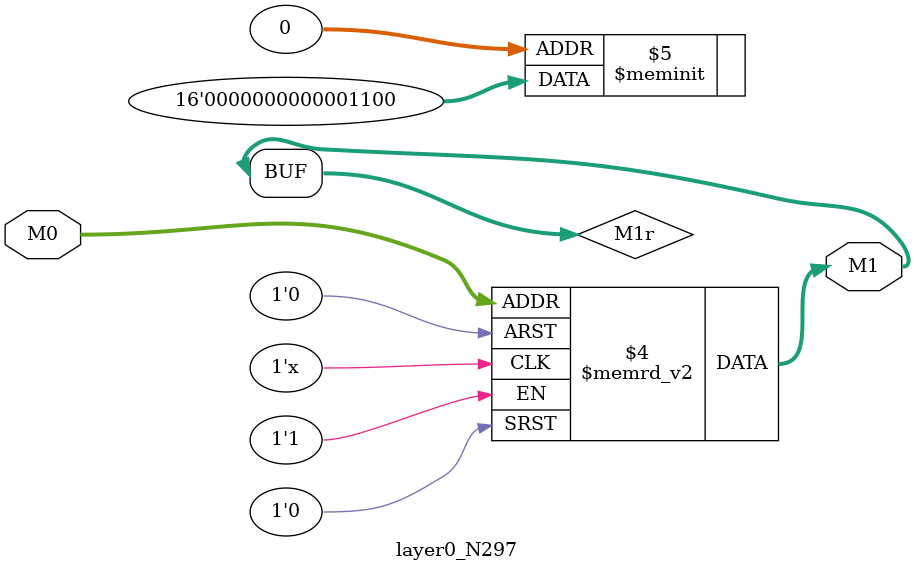
<source format=v>
module layer0_N297 ( input [2:0] M0, output [1:0] M1 );

	(*rom_style = "distributed" *) reg [1:0] M1r;
	assign M1 = M1r;
	always @ (M0) begin
		case (M0)
			3'b000: M1r = 2'b00;
			3'b100: M1r = 2'b00;
			3'b010: M1r = 2'b00;
			3'b110: M1r = 2'b00;
			3'b001: M1r = 2'b11;
			3'b101: M1r = 2'b00;
			3'b011: M1r = 2'b00;
			3'b111: M1r = 2'b00;

		endcase
	end
endmodule

</source>
